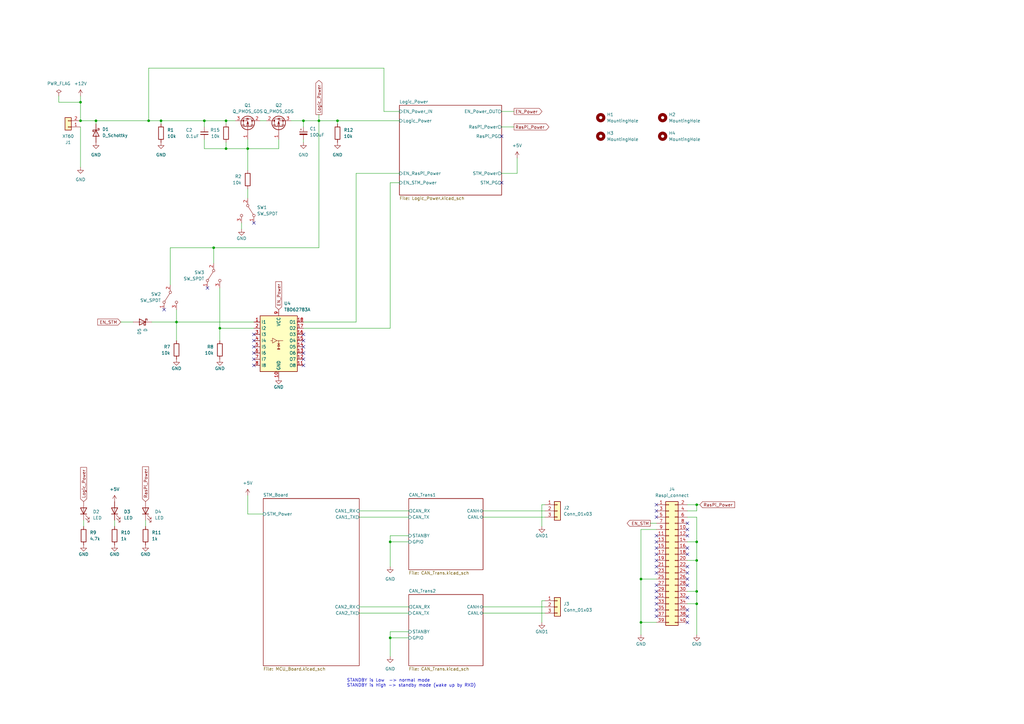
<source format=kicad_sch>
(kicad_sch (version 20230121) (generator eeschema)
  (paper "A3")
  (lib_symbols
    (symbol "Connector_Generic:Conn_01x02" (pin_names (offset 1.016) hide)
      (property "Reference" "J" (at 0 2.54 0))
      (property "Value" "Conn_01x02" (at 0 -5.08 0))
      (symbol "Conn_01x02_1_1"
        (rectangle (start -1.27 -2.413) (end 0 -2.667) (stroke (width 0.1524)))
        (rectangle (start -1.27 0.127) (end 0 -0.127) (stroke (width 0.1524)))
        (rectangle (start -1.27 1.27) (end 1.27 -3.81) (stroke (width 0.254)) (fill (type background)))
        (pin passive line (at -5.08 0 0) (length 3.81) (name "Pin_1") (number "1"))
        (pin passive line (at -5.08 -2.54 0) (length 3.81) (name "Pin_2") (number "2"))
      )
    )
    (symbol "Connector_Generic:Conn_01x03" (pin_names (offset 1.016) hide)
      (property "Reference" "J" (at 0 5.08 0))
      (property "Value" "Conn_01x03" (at 0 -5.08 0))
      (symbol "Conn_01x03_1_1"
        (rectangle (start -1.27 -2.413) (end 0 -2.667) (stroke (width 0.1524)))
        (rectangle (start -1.27 0.127) (end 0 -0.127) (stroke (width 0.1524)))
        (rectangle (start -1.27 2.667) (end 0 2.413) (stroke (width 0.1524)))
        (rectangle (start -1.27 3.81) (end 1.27 -3.81) (stroke (width 0.254)) (fill (type background)))
        (pin passive line (at -5.08 2.54 0) (length 3.81) (name "Pin_1") (number "1"))
        (pin passive line (at -5.08 0 0) (length 3.81) (name "Pin_2") (number "2"))
        (pin passive line (at -5.08 -2.54 0) (length 3.81) (name "Pin_3") (number "3"))
      )
    )
    (symbol "Connector_Generic:Conn_02x20_Odd_Even" (pin_names (offset 1.016) hide)
      (property "Reference" "J" (at 1.27 25.4 0))
      (property "Value" "Conn_02x20_Odd_Even" (at 1.27 -27.94 0))
      (symbol "Conn_02x20_Odd_Even_1_1"
        (rectangle (start -1.27 -25.273) (end 0 -25.527) (stroke (width 0.1524)))
        (rectangle (start -1.27 -22.733) (end 0 -22.987) (stroke (width 0.1524)))
        (rectangle (start -1.27 -20.193) (end 0 -20.447) (stroke (width 0.1524)))
        (rectangle (start -1.27 -17.653) (end 0 -17.907) (stroke (width 0.1524)))
        (rectangle (start -1.27 -15.113) (end 0 -15.367) (stroke (width 0.1524)))
        (rectangle (start -1.27 -12.573) (end 0 -12.827) (stroke (width 0.1524)))
        (rectangle (start -1.27 -10.033) (end 0 -10.287) (stroke (width 0.1524)))
        (rectangle (start -1.27 -7.493) (end 0 -7.747) (stroke (width 0.1524)))
        (rectangle (start -1.27 -4.953) (end 0 -5.207) (stroke (width 0.1524)))
        (rectangle (start -1.27 -2.413) (end 0 -2.667) (stroke (width 0.1524)))
        (rectangle (start -1.27 0.127) (end 0 -0.127) (stroke (width 0.1524)))
        (rectangle (start -1.27 2.667) (end 0 2.413) (stroke (width 0.1524)))
        (rectangle (start -1.27 5.207) (end 0 4.953) (stroke (width 0.1524)))
        (rectangle (start -1.27 7.747) (end 0 7.493) (stroke (width 0.1524)))
        (rectangle (start -1.27 10.287) (end 0 10.033) (stroke (width 0.1524)))
        (rectangle (start -1.27 12.827) (end 0 12.573) (stroke (width 0.1524)))
        (rectangle (start -1.27 15.367) (end 0 15.113) (stroke (width 0.1524)))
        (rectangle (start -1.27 17.907) (end 0 17.653) (stroke (width 0.1524)))
        (rectangle (start -1.27 20.447) (end 0 20.193) (stroke (width 0.1524)))
        (rectangle (start -1.27 22.987) (end 0 22.733) (stroke (width 0.1524)))
        (rectangle (start -1.27 24.13) (end 3.81 -26.67) (stroke (width 0.254)) (fill (type background)))
        (rectangle (start 3.81 -25.273) (end 2.54 -25.527) (stroke (width 0.1524)))
        (rectangle (start 3.81 -22.733) (end 2.54 -22.987) (stroke (width 0.1524)))
        (rectangle (start 3.81 -20.193) (end 2.54 -20.447) (stroke (width 0.1524)))
        (rectangle (start 3.81 -17.653) (end 2.54 -17.907) (stroke (width 0.1524)))
        (rectangle (start 3.81 -15.113) (end 2.54 -15.367) (stroke (width 0.1524)))
        (rectangle (start 3.81 -12.573) (end 2.54 -12.827) (stroke (width 0.1524)))
        (rectangle (start 3.81 -10.033) (end 2.54 -10.287) (stroke (width 0.1524)))
        (rectangle (start 3.81 -7.493) (end 2.54 -7.747) (stroke (width 0.1524)))
        (rectangle (start 3.81 -4.953) (end 2.54 -5.207) (stroke (width 0.1524)))
        (rectangle (start 3.81 -2.413) (end 2.54 -2.667) (stroke (width 0.1524)))
        (rectangle (start 3.81 0.127) (end 2.54 -0.127) (stroke (width 0.1524)))
        (rectangle (start 3.81 2.667) (end 2.54 2.413) (stroke (width 0.1524)))
        (rectangle (start 3.81 5.207) (end 2.54 4.953) (stroke (width 0.1524)))
        (rectangle (start 3.81 7.747) (end 2.54 7.493) (stroke (width 0.1524)))
        (rectangle (start 3.81 10.287) (end 2.54 10.033) (stroke (width 0.1524)))
        (rectangle (start 3.81 12.827) (end 2.54 12.573) (stroke (width 0.1524)))
        (rectangle (start 3.81 15.367) (end 2.54 15.113) (stroke (width 0.1524)))
        (rectangle (start 3.81 17.907) (end 2.54 17.653) (stroke (width 0.1524)))
        (rectangle (start 3.81 20.447) (end 2.54 20.193) (stroke (width 0.1524)))
        (rectangle (start 3.81 22.987) (end 2.54 22.733) (stroke (width 0.1524)))
        (pin passive line (at -5.08 22.86 0) (length 3.81) (name "Pin_1") (number "1"))
        (pin passive line (at 7.62 12.7 180) (length 3.81) (name "Pin_10") (number "10"))
        (pin passive line (at -5.08 10.16 0) (length 3.81) (name "Pin_11") (number "11"))
        (pin passive line (at 7.62 10.16 180) (length 3.81) (name "Pin_12") (number "12"))
        (pin passive line (at -5.08 7.62 0) (length 3.81) (name "Pin_13") (number "13"))
        (pin passive line (at 7.62 7.62 180) (length 3.81) (name "Pin_14") (number "14"))
        (pin passive line (at -5.08 5.08 0) (length 3.81) (name "Pin_15") (number "15"))
        (pin passive line (at 7.62 5.08 180) (length 3.81) (name "Pin_16") (number "16"))
        (pin passive line (at -5.08 2.54 0) (length 3.81) (name "Pin_17") (number "17"))
        (pin passive line (at 7.62 2.54 180) (length 3.81) (name "Pin_18") (number "18"))
        (pin passive line (at -5.08 0 0) (length 3.81) (name "Pin_19") (number "19"))
        (pin passive line (at 7.62 22.86 180) (length 3.81) (name "Pin_2") (number "2"))
        (pin passive line (at 7.62 0 180) (length 3.81) (name "Pin_20") (number "20"))
        (pin passive line (at -5.08 -2.54 0) (length 3.81) (name "Pin_21") (number "21"))
        (pin passive line (at 7.62 -2.54 180) (length 3.81) (name "Pin_22") (number "22"))
        (pin passive line (at -5.08 -5.08 0) (length 3.81) (name "Pin_23") (number "23"))
        (pin passive line (at 7.62 -5.08 180) (length 3.81) (name "Pin_24") (number "24"))
        (pin passive line (at -5.08 -7.62 0) (length 3.81) (name "Pin_25") (number "25"))
        (pin passive line (at 7.62 -7.62 180) (length 3.81) (name "Pin_26") (number "26"))
        (pin passive line (at -5.08 -10.16 0) (length 3.81) (name "Pin_27") (number "27"))
        (pin passive line (at 7.62 -10.16 180) (length 3.81) (name "Pin_28") (number "28"))
        (pin passive line (at -5.08 -12.7 0) (length 3.81) (name "Pin_29") (number "29"))
        (pin passive line (at -5.08 20.32 0) (length 3.81) (name "Pin_3") (number "3"))
        (pin passive line (at 7.62 -12.7 180) (length 3.81) (name "Pin_30") (number "30"))
        (pin passive line (at -5.08 -15.24 0) (length 3.81) (name "Pin_31") (number "31"))
        (pin passive line (at 7.62 -15.24 180) (length 3.81) (name "Pin_32") (number "32"))
        (pin passive line (at -5.08 -17.78 0) (length 3.81) (name "Pin_33") (number "33"))
        (pin passive line (at 7.62 -17.78 180) (length 3.81) (name "Pin_34") (number "34"))
        (pin passive line (at -5.08 -20.32 0) (length 3.81) (name "Pin_35") (number "35"))
        (pin passive line (at 7.62 -20.32 180) (length 3.81) (name "Pin_36") (number "36"))
        (pin passive line (at -5.08 -22.86 0) (length 3.81) (name "Pin_37") (number "37"))
        (pin passive line (at 7.62 -22.86 180) (length 3.81) (name "Pin_38") (number "38"))
        (pin passive line (at -5.08 -25.4 0) (length 3.81) (name "Pin_39") (number "39"))
        (pin passive line (at 7.62 20.32 180) (length 3.81) (name "Pin_4") (number "4"))
        (pin passive line (at 7.62 -25.4 180) (length 3.81) (name "Pin_40") (number "40"))
        (pin passive line (at -5.08 17.78 0) (length 3.81) (name "Pin_5") (number "5"))
        (pin passive line (at 7.62 17.78 180) (length 3.81) (name "Pin_6") (number "6"))
        (pin passive line (at -5.08 15.24 0) (length 3.81) (name "Pin_7") (number "7"))
        (pin passive line (at 7.62 15.24 180) (length 3.81) (name "Pin_8") (number "8"))
        (pin passive line (at -5.08 12.7 0) (length 3.81) (name "Pin_9") (number "9"))
      )
    )
    (symbol "Device:C_Polarized_Small" (pin_numbers hide) (pin_names (offset 0.254) hide)
      (property "Reference" "C" (at 0.254 1.778 0))
      (property "Value" "C_Polarized_Small" (at 0.254 -2.032 0))
      (symbol "C_Polarized_Small_0_1"
        (rectangle (start -1.524 -0.3048) (end 1.524 -0.6858) (fill (type outline)))
        (rectangle (start -1.524 0.6858) (end 1.524 0.3048))
        (polyline (pts (xy -1.27 1.524) (xy -0.762 1.524)))
        (polyline (pts (xy -1.016 1.27) (xy -1.016 1.778)))
      )
      (symbol "C_Polarized_Small_1_1"
        (pin passive line (at 0 2.54 270) (length 1.8542) (name "~") (number "1"))
        (pin passive line (at 0 -2.54 90) (length 1.8542) (name "~") (number "2"))
      )
    )
    (symbol "Device:C_Small" (pin_numbers hide) (pin_names (offset 0.254) hide)
      (property "Reference" "C" (at 0.254 1.778 0))
      (property "Value" "C_Small" (at 0.254 -2.032 0))
      (symbol "C_Small_0_1"
        (polyline (pts (xy -1.524 -0.508) (xy 1.524 -0.508)) (stroke (width 0.3302)))
        (polyline (pts (xy -1.524 0.508) (xy 1.524 0.508)) (stroke (width 0.3048)))
      )
      (symbol "C_Small_1_1"
        (pin passive line (at 0 2.54 270) (length 2.032) (name "~") (number "1"))
        (pin passive line (at 0 -2.54 90) (length 2.032) (name "~") (number "2"))
      )
    )
    (symbol "Device:D_Schottky" (pin_numbers hide) (pin_names (offset 1.016) hide)
      (property "Reference" "D" (at 0 2.54 0))
      (property "Value" "D_Schottky" (at 0 -2.54 0))
      (symbol "D_Schottky_0_1"
        (polyline (pts (xy 1.27 0) (xy -1.27 0)))
        (polyline (pts (xy 1.27 1.27) (xy 1.27 -1.27) (xy -1.27 0) (xy 1.27 1.27)) (stroke (width 0.254)))
        (polyline (pts (xy -1.905 0.635) (xy -1.905 1.27) (xy -1.27 1.27) (xy -1.27 -1.27) (xy -0.635 -1.27) (xy -0.635 -0.635)) (stroke (width 0.254)))
      )
      (symbol "D_Schottky_1_1"
        (pin passive line (at -3.81 0 0) (length 2.54) (name "K") (number "1"))
        (pin passive line (at 3.81 0 180) (length 2.54) (name "A") (number "2"))
      )
    )
    (symbol "Device:LED" (pin_numbers hide) (pin_names (offset 1.016) hide)
      (property "Reference" "D" (at 0 2.54 0))
      (property "Value" "LED" (at 0 -2.54 0))
      (symbol "LED_0_1"
        (polyline (pts (xy -1.27 -1.27) (xy -1.27 1.27)) (stroke (width 0.254)))
        (polyline (pts (xy -1.27 0) (xy 1.27 0)))
        (polyline (pts (xy 1.27 -1.27) (xy 1.27 1.27) (xy -1.27 0) (xy 1.27 -1.27)) (stroke (width 0.254)))
        (polyline (pts (xy -3.048 -0.762) (xy -4.572 -2.286) (xy -3.81 -2.286) (xy -4.572 -2.286) (xy -4.572 -1.524)))
        (polyline (pts (xy -1.778 -0.762) (xy -3.302 -2.286) (xy -2.54 -2.286) (xy -3.302 -2.286) (xy -3.302 -1.524)))
      )
      (symbol "LED_1_1"
        (pin passive line (at -3.81 0 0) (length 2.54) (name "K") (number "1"))
        (pin passive line (at 3.81 0 180) (length 2.54) (name "A") (number "2"))
      )
    )
    (symbol "Device:Q_PMOS_GDS" (pin_names (offset 0) hide)
      (property "Reference" "Q" (at 5.08 1.27 0))
      (property "Value" "Q_PMOS_GDS" (at 5.08 -1.27 0))
      (symbol "Q_PMOS_GDS_0_1"
        (polyline (pts (xy 0.254 0) (xy -2.54 0)))
        (polyline (pts (xy 0.254 1.905) (xy 0.254 -1.905)) (stroke (width 0.254)))
        (polyline (pts (xy 0.762 -1.27) (xy 0.762 -2.286)) (stroke (width 0.254)))
        (polyline (pts (xy 0.762 0.508) (xy 0.762 -0.508)) (stroke (width 0.254)))
        (polyline (pts (xy 0.762 2.286) (xy 0.762 1.27)) (stroke (width 0.254)))
        (polyline (pts (xy 2.54 2.54) (xy 2.54 1.778)))
        (polyline (pts (xy 2.54 -2.54) (xy 2.54 0) (xy 0.762 0)))
        (polyline (pts (xy 0.762 1.778) (xy 3.302 1.778) (xy 3.302 -1.778) (xy 0.762 -1.778)))
        (polyline (pts (xy 2.286 0) (xy 1.27 0.381) (xy 1.27 -0.381) (xy 2.286 0)) (fill (type outline)))
        (polyline (pts (xy 2.794 -0.508) (xy 2.921 -0.381) (xy 3.683 -0.381) (xy 3.81 -0.254)))
        (polyline (pts (xy 3.302 -0.381) (xy 2.921 0.254) (xy 3.683 0.254) (xy 3.302 -0.381)))
        (circle (center 1.651 0) (radius 2.794) (stroke (width 0.254)))
        (circle (center 2.54 -1.778) (radius 0.254) (fill (type outline)))
        (circle (center 2.54 1.778) (radius 0.254) (fill (type outline)))
      )
      (symbol "Q_PMOS_GDS_1_1"
        (pin input line (at -5.08 0 0) (length 2.54) (name "G") (number "1"))
        (pin passive line (at 2.54 5.08 270) (length 2.54) (name "D") (number "2"))
        (pin passive line (at 2.54 -5.08 90) (length 2.54) (name "S") (number "3"))
      )
    )
    (symbol "Device:R" (pin_numbers hide) (pin_names (offset 0))
      (property "Reference" "R" (at 2.032 0 90))
      (property "Value" "R" (at 0 0 90))
      (symbol "R_0_1"
        (rectangle (start -1.016 -2.54) (end 1.016 2.54) (stroke (width 0.254)))
      )
      (symbol "R_1_1"
        (pin passive line (at 0 3.81 270) (length 1.27) (name "~") (number "1"))
        (pin passive line (at 0 -3.81 90) (length 1.27) (name "~") (number "2"))
      )
    )
    (symbol "Mechanical:MountingHole" (pin_names (offset 1.016))
      (property "Reference" "H" (at 0 5.08 0))
      (property "Value" "MountingHole" (at 0 3.175 0))
      (symbol "MountingHole_0_1"
        (circle (center 0 0) (radius 1.27) (stroke (width 1.27)))
      )
    )
    (symbol "Switch:SW_SPDT" (pin_names (offset 0) hide)
      (property "Reference" "SW" (at 0 4.318 0))
      (property "Value" "SW_SPDT" (at 0 -5.08 0))
      (symbol "SW_SPDT_0_0"
        (circle (center -2.032 0) (radius 0.508))
        (circle (center 2.032 -2.54) (radius 0.508))
      )
      (symbol "SW_SPDT_0_1"
        (polyline (pts (xy -1.524 0.254) (xy 1.651 2.286)))
        (circle (center 2.032 2.54) (radius 0.508))
      )
      (symbol "SW_SPDT_1_1"
        (pin passive line (at 5.08 2.54 180) (length 2.54) (name "A") (number "1"))
        (pin passive line (at -5.08 0 0) (length 2.54) (name "B") (number "2"))
        (pin passive line (at 5.08 -2.54 180) (length 2.54) (name "C") (number "3"))
      )
    )
    (symbol "Transistor_Array:TBD62783A"
      (property "Reference" "U" (at -7.62 11.43 0))
      (property "Value" "TBD62783A" (at 1.27 11.43 0))
      (symbol "TBD62783A_0_1"
        (rectangle (start -7.62 10.16) (end 7.62 -12.7) (stroke (width 0.254)) (fill (type background)))
        (rectangle (start -0.508 -3.302) (end 0.508 -3.556) (fill (type outline)))
        (polyline (pts (xy -1.778 -2.794) (xy -1.778 -2.794)) (stroke (width 0.254)))
        (polyline (pts (xy -1.778 -2.032) (xy -1.778 -2.032)) (stroke (width 0.254)))
        (polyline (pts (xy -1.778 -1.27) (xy -1.778 -1.27)) (stroke (width 0.254)))
        (polyline (pts (xy -1.778 1.27) (xy -1.778 1.27)) (stroke (width 0.254)))
        (polyline (pts (xy -1.778 2.032) (xy -1.778 2.032)) (stroke (width 0.254)))
        (polyline (pts (xy -1.778 2.794) (xy -1.778 2.794)) (stroke (width 0.254)))
        (polyline (pts (xy -0.762 0) (xy 1.778 0)))
        (polyline (pts (xy -0.508 -1.27) (xy 0.508 -1.27)))
        (polyline (pts (xy 0 0) (xy 0 -3.302)))
        (polyline (pts (xy 0 0) (xy 0 0)) (stroke (width 0.508)))
        (polyline (pts (xy 0 -1.27) (xy -0.508 -2.286) (xy 0.508 -2.286) (xy 0 -1.27)))
        (polyline (pts (xy -3.302 0) (xy -2.54 0) (xy -2.54 1.016) (xy -0.762 0) (xy -2.54 -1.016) (xy -2.54 0)))
      )
      (symbol "TBD62783A_1_1"
        (pin input line (at -10.16 7.62 0) (length 2.54) (name "I1") (number "1"))
        (pin power_in line (at 0 -15.24 90) (length 2.54) (name "GND") (number "10"))
        (pin open_emitter line (at 10.16 -10.16 180) (length 2.54) (name "O8") (number "11"))
        (pin open_emitter line (at 10.16 -7.62 180) (length 2.54) (name "O7") (number "12"))
        (pin open_emitter line (at 10.16 -5.08 180) (length 2.54) (name "O6") (number "13"))
        (pin open_emitter line (at 10.16 -2.54 180) (length 2.54) (name "O5") (number "14"))
        (pin open_emitter line (at 10.16 0 180) (length 2.54) (name "O4") (number "15"))
        (pin open_emitter line (at 10.16 2.54 180) (length 2.54) (name "O3") (number "16"))
        (pin open_emitter line (at 10.16 5.08 180) (length 2.54) (name "O2") (number "17"))
        (pin open_emitter line (at 10.16 7.62 180) (length 2.54) (name "O1") (number "18"))
        (pin input line (at -10.16 5.08 0) (length 2.54) (name "I2") (number "2"))
        (pin input line (at -10.16 2.54 0) (length 2.54) (name "I3") (number "3"))
        (pin input line (at -10.16 0 0) (length 2.54) (name "I4") (number "4"))
        (pin input line (at -10.16 -2.54 0) (length 2.54) (name "I5") (number "5"))
        (pin input line (at -10.16 -5.08 0) (length 2.54) (name "I6") (number "6"))
        (pin input line (at -10.16 -7.62 0) (length 2.54) (name "I7") (number "7"))
        (pin input line (at -10.16 -10.16 0) (length 2.54) (name "I8") (number "8"))
        (pin power_in line (at 0 12.7 270) (length 2.54) (name "VCC") (number "9"))
      )
    )
    (symbol "power:+12V" (power) (pin_names (offset 0))
      (property "Value" "+12V" (at 0 3.556 0))
      (symbol "+12V_0_1"
        (polyline (pts (xy -0.762 1.27) (xy 0 2.54)))
        (polyline (pts (xy 0 0) (xy 0 2.54)))
        (polyline (pts (xy 0 2.54) (xy 0.762 1.27)))
      )
      (symbol "+12V_1_1"
        (pin power_in line (at 0 0 90) (length 0) hide (name "+12V") (number "1"))
      )
    )
    (symbol "power:+5V" (power) (pin_names (offset 0))
      (property "Value" "+5V" (at 0 3.556 0))
      (symbol "+5V_0_1"
        (polyline (pts (xy -0.762 1.27) (xy 0 2.54)))
        (polyline (pts (xy 0 0) (xy 0 2.54)))
        (polyline (pts (xy 0 2.54) (xy 0.762 1.27)))
      )
      (symbol "+5V_1_1"
        (pin power_in line (at 0 0 90) (length 0) hide (name "+5V") (number "1"))
      )
    )
    (symbol "power:GND" (power) (pin_names (offset 0))
      (property "Value" "GND" (at 0 -3.81 0))
      (symbol "GND_0_1"
        (polyline (pts (xy 0 0) (xy 0 -1.27) (xy 1.27 -1.27) (xy 0 -2.54) (xy -1.27 -1.27) (xy 0 -1.27)))
      )
      (symbol "GND_1_1"
        (pin power_in line (at 0 0 270) (length 0) hide (name "GND") (number "1"))
      )
    )
    (symbol "power:GND1" (power) (pin_names (offset 0))
      (property "Value" "GND1" (at 0 -3.81 0))
      (symbol "GND1_0_1"
        (polyline (pts (xy 0 0) (xy 0 -1.27) (xy 1.27 -1.27) (xy 0 -2.54) (xy -1.27 -1.27) (xy 0 -1.27)))
      )
      (symbol "GND1_1_1"
        (pin power_in line (at 0 0 270) (length 0) hide (name "GND1") (number "1"))
      )
    )
    (symbol "power:PWR_FLAG" (power) (pin_numbers hide) (pin_names (offset 0) hide)
      (property "Value" "PWR_FLAG" (at 0 3.81 0))
      (symbol "PWR_FLAG_0_0"
        (pin power_out line (at 0 0 90) (length 0) (name "pwr") (number "1"))
      )
      (symbol "PWR_FLAG_0_1"
        (polyline (pts (xy 0 0) (xy 0 1.27) (xy -1.016 1.905) (xy 0 2.54) (xy 1.016 1.905) (xy 0 1.27)))
      )
    )
  )
  (junction (at 262.89 237.49))
  (junction (at 66.04 49.53))
  (junction (at 130.81 49.53))
  (junction (at 285.75 222.25))
  (junction (at 90.17 134.62))
  (junction (at 92.71 60.96))
  (junction (at 285.75 207.01))
  (junction (at 160.02 222.25))
  (junction (at 33.02 49.53))
  (junction (at 60.96 49.53))
  (junction (at 39.37 49.53))
  (junction (at 124.46 49.53))
  (junction (at 92.71 49.53))
  (junction (at 83.82 49.53))
  (junction (at 285.75 247.65))
  (junction (at 138.43 49.53))
  (junction (at 33.02 41.91))
  (junction (at 262.89 255.27))
  (junction (at 285.75 242.57))
  (junction (at 87.63 101.6))
  (junction (at 160.02 261.62))
  (junction (at 72.39 132.08))
  (junction (at 101.6 60.96))
  (junction (at 285.75 229.87))
  (no_connect (at 269.24 229.87))
  (no_connect (at 104.14 149.86))
  (no_connect (at 104.14 142.24))
  (no_connect (at 281.94 224.79))
  (no_connect (at 269.24 227.33))
  (no_connect (at 281.94 217.17))
  (no_connect (at 205.74 74.93))
  (no_connect (at 281.94 240.03))
  (no_connect (at 281.94 214.63))
  (no_connect (at 281.94 255.27))
  (no_connect (at 124.46 142.24))
  (no_connect (at 104.14 91.44))
  (no_connect (at 269.24 240.03))
  (no_connect (at 124.46 137.16))
  (no_connect (at 281.94 245.11))
  (no_connect (at 124.46 149.86))
  (no_connect (at 269.24 209.55))
  (no_connect (at 269.24 212.09))
  (no_connect (at 104.14 137.16))
  (no_connect (at 124.46 147.32))
  (no_connect (at 281.94 250.19))
  (no_connect (at 104.14 139.7))
  (no_connect (at 104.14 144.78))
  (no_connect (at 124.46 144.78))
  (no_connect (at 269.24 232.41))
  (no_connect (at 269.24 234.95))
  (no_connect (at 269.24 224.79))
  (no_connect (at 281.94 252.73))
  (no_connect (at 281.94 219.71))
  (no_connect (at 269.24 207.01))
  (no_connect (at 281.94 227.33))
  (no_connect (at 269.24 247.65))
  (no_connect (at 269.24 245.11))
  (no_connect (at 281.94 237.49))
  (no_connect (at 269.24 242.57))
  (no_connect (at 205.74 55.88))
  (no_connect (at 85.09 118.11))
  (no_connect (at 269.24 252.73))
  (no_connect (at 281.94 234.95))
  (no_connect (at 281.94 232.41))
  (no_connect (at 269.24 250.19))
  (no_connect (at 67.31 127))
  (no_connect (at 269.24 222.25))
  (no_connect (at 104.14 147.32))
  (no_connect (at 124.46 139.7))
  (no_connect (at 269.24 219.71))
  (wire (pts (xy 69.85 101.6) (xy 87.63 101.6)))
  (wire (pts (xy 147.32 209.55) (xy 167.64 209.55)))
  (wire (pts (xy 83.82 49.53) (xy 92.71 49.53)))
  (wire (pts (xy 160.02 222.25) (xy 167.64 222.25)))
  (wire (pts (xy 138.43 49.53) (xy 163.83 49.53)))
  (wire (pts (xy 285.75 229.87) (xy 285.75 242.57)))
  (wire (pts (xy 281.94 207.01) (xy 285.75 207.01)))
  (wire (pts (xy 167.64 219.71) (xy 160.02 219.71)))
  (wire (pts (xy 285.75 212.09) (xy 285.75 222.25)))
  (wire (pts (xy 130.81 49.53) (xy 138.43 49.53)))
  (wire (pts (xy 66.04 49.53) (xy 66.04 50.8)))
  (wire (pts (xy 262.89 255.27) (xy 269.24 255.27)))
  (wire (pts (xy 39.37 49.53) (xy 60.96 49.53)))
  (wire (pts (xy 124.46 134.62) (xy 160.02 134.62)))
  (wire (pts (xy 130.81 46.99) (xy 130.81 49.53)))
  (wire (pts (xy 223.52 248.92) (xy 198.12 248.92)))
  (wire (pts (xy 198.12 251.46) (xy 223.52 251.46)))
  (wire (pts (xy 109.22 49.53) (xy 106.68 49.53)))
  (wire (pts (xy 87.63 101.6) (xy 87.63 107.95)))
  (wire (pts (xy 223.52 207.01) (xy 222.25 207.01)))
  (wire (pts (xy 160.02 74.93) (xy 163.83 74.93)))
  (wire (pts (xy 160.02 261.62) (xy 160.02 269.24)))
  (wire (pts (xy 114.3 57.15) (xy 114.3 60.96)))
  (wire (pts (xy 124.46 49.53) (xy 124.46 52.07)))
  (wire (pts (xy 124.46 58.42) (xy 124.46 57.15)))
  (wire (pts (xy 101.6 57.15) (xy 101.6 60.96)))
  (wire (pts (xy 157.48 27.94) (xy 157.48 45.72)))
  (wire (pts (xy 269.24 217.17) (xy 262.89 217.17)))
  (wire (pts (xy 167.64 259.08) (xy 160.02 259.08)))
  (wire (pts (xy 90.17 139.7) (xy 90.17 134.62)))
  (wire (pts (xy 33.02 52.07) (xy 33.02 68.58)))
  (wire (pts (xy 62.23 132.08) (xy 72.39 132.08)))
  (wire (pts (xy 147.32 212.09) (xy 167.64 212.09)))
  (wire (pts (xy 285.75 209.55) (xy 285.75 207.01)))
  (wire (pts (xy 198.12 212.09) (xy 223.52 212.09)))
  (wire (pts (xy 281.94 229.87) (xy 285.75 229.87)))
  (wire (pts (xy 72.39 132.08) (xy 104.14 132.08)))
  (wire (pts (xy 285.75 222.25) (xy 285.75 229.87)))
  (wire (pts (xy 39.37 50.8) (xy 39.37 49.53)))
  (wire (pts (xy 262.89 237.49) (xy 262.89 255.27)))
  (wire (pts (xy 24.13 39.37) (xy 24.13 41.91)))
  (wire (pts (xy 205.74 45.72) (xy 210.82 45.72)))
  (wire (pts (xy 33.02 49.53) (xy 39.37 49.53)))
  (wire (pts (xy 101.6 203.2) (xy 101.6 210.82)))
  (wire (pts (xy 90.17 118.11) (xy 90.17 134.62)))
  (wire (pts (xy 223.52 246.38) (xy 222.25 246.38)))
  (wire (pts (xy 281.94 247.65) (xy 285.75 247.65)))
  (wire (pts (xy 114.3 60.96) (xy 101.6 60.96)))
  (wire (pts (xy 33.02 41.91) (xy 33.02 49.53)))
  (wire (pts (xy 66.04 49.53) (xy 83.82 49.53)))
  (wire (pts (xy 92.71 58.42) (xy 92.71 60.96)))
  (wire (pts (xy 157.48 45.72) (xy 163.83 45.72)))
  (wire (pts (xy 92.71 49.53) (xy 92.71 50.8)))
  (wire (pts (xy 222.25 207.01) (xy 222.25 215.9)))
  (wire (pts (xy 285.75 247.65) (xy 285.75 260.35)))
  (wire (pts (xy 34.29 213.36) (xy 34.29 215.9)))
  (wire (pts (xy 101.6 60.96) (xy 101.6 69.85)))
  (wire (pts (xy 160.02 259.08) (xy 160.02 261.62)))
  (wire (pts (xy 46.99 213.36) (xy 46.99 215.9)))
  (wire (pts (xy 160.02 219.71) (xy 160.02 222.25)))
  (wire (pts (xy 198.12 209.55) (xy 223.52 209.55)))
  (wire (pts (xy 281.94 212.09) (xy 285.75 212.09)))
  (wire (pts (xy 92.71 60.96) (xy 101.6 60.96)))
  (wire (pts (xy 66.04 49.53) (xy 60.96 49.53)))
  (wire (pts (xy 24.13 41.91) (xy 33.02 41.91)))
  (wire (pts (xy 60.96 49.53) (xy 60.96 27.94)))
  (wire (pts (xy 147.32 251.46) (xy 167.64 251.46)))
  (wire (pts (xy 205.74 52.07) (xy 210.82 52.07)))
  (wire (pts (xy 60.96 27.94) (xy 157.48 27.94)))
  (wire (pts (xy 262.89 237.49) (xy 269.24 237.49)))
  (wire (pts (xy 285.75 207.01) (xy 287.02 207.01)))
  (wire (pts (xy 222.25 246.38) (xy 222.25 255.27)))
  (wire (pts (xy 146.05 132.08) (xy 146.05 71.12)))
  (wire (pts (xy 124.46 49.53) (xy 130.81 49.53)))
  (wire (pts (xy 83.82 49.53) (xy 83.82 52.07)))
  (wire (pts (xy 49.53 132.08) (xy 54.61 132.08)))
  (wire (pts (xy 101.6 210.82) (xy 107.95 210.82)))
  (wire (pts (xy 99.06 93.98) (xy 99.06 91.44)))
  (wire (pts (xy 83.82 60.96) (xy 92.71 60.96)))
  (wire (pts (xy 130.81 101.6) (xy 130.81 49.53)))
  (wire (pts (xy 146.05 71.12) (xy 163.83 71.12)))
  (wire (pts (xy 101.6 77.47) (xy 101.6 81.28)))
  (wire (pts (xy 138.43 49.53) (xy 138.43 50.8)))
  (wire (pts (xy 262.89 217.17) (xy 262.89 237.49)))
  (wire (pts (xy 72.39 132.08) (xy 72.39 139.7)))
  (wire (pts (xy 160.02 261.62) (xy 167.64 261.62)))
  (wire (pts (xy 212.09 64.77) (xy 212.09 71.12)))
  (wire (pts (xy 160.02 222.25) (xy 160.02 232.41)))
  (wire (pts (xy 87.63 101.6) (xy 130.81 101.6)))
  (wire (pts (xy 90.17 134.62) (xy 104.14 134.62)))
  (wire (pts (xy 59.69 213.36) (xy 59.69 215.9)))
  (wire (pts (xy 281.94 209.55) (xy 285.75 209.55)))
  (wire (pts (xy 266.7 214.63) (xy 269.24 214.63)))
  (wire (pts (xy 92.71 49.53) (xy 96.52 49.53)))
  (wire (pts (xy 147.32 248.92) (xy 167.64 248.92)))
  (wire (pts (xy 281.94 242.57) (xy 285.75 242.57)))
  (wire (pts (xy 281.94 222.25) (xy 285.75 222.25)))
  (wire (pts (xy 124.46 49.53) (xy 119.38 49.53)))
  (wire (pts (xy 69.85 101.6) (xy 69.85 116.84)))
  (wire (pts (xy 72.39 127) (xy 72.39 132.08)))
  (wire (pts (xy 33.02 39.37) (xy 33.02 41.91)))
  (wire (pts (xy 285.75 242.57) (xy 285.75 247.65)))
  (wire (pts (xy 83.82 57.15) (xy 83.82 60.96)))
  (wire (pts (xy 160.02 134.62) (xy 160.02 74.93)))
  (wire (pts (xy 262.89 255.27) (xy 262.89 260.35)))
  (wire (pts (xy 205.74 71.12) (xy 212.09 71.12)))
  (wire (pts (xy 124.46 132.08) (xy 146.05 132.08)))
  (text "STANDBY is Low  -> normal mode\nSTANDBY is High -> standby mode (wake up by RXD)" (at 142.24 281.94 0) (effects (font (size 1.27 1.27)) (justify left bottom)))
  (global_label "EN_Power" (shape input) (at 114.3 127 90) (property "Intersheetrefs" "${INTERSHEET_REFS}" (effects hide)))
  (global_label "EN_STM" (shape input) (at 49.53 132.08 180) (property "Intersheetrefs" "${INTERSHEET_REFS}" (effects hide)))
  (global_label "RasPi_Power" (shape output) (at 210.82 52.07 0) (property "Intersheetrefs" "${INTERSHEET_REFS}" (effects hide)))
  (global_label "Logic_Power" (shape input) (at 34.29 205.74 90) (property "Intersheetrefs" "${INTERSHEET_REFS}" (effects hide)))
  (global_label "RasPi_Power" (shape input) (at 59.69 205.74 90) (property "Intersheetrefs" "${INTERSHEET_REFS}" (effects hide)))
  (global_label "RasPi_Power" (shape input) (at 287.02 207.01 0) (property "Intersheetrefs" "${INTERSHEET_REFS}" (effects hide)))
  (global_label "Logic_Power" (shape output) (at 130.81 46.99 90) (property "Intersheetrefs" "${INTERSHEET_REFS}" (effects hide)))
  (global_label "EN_STM" (shape output) (at 266.7 214.63 180) (property "Intersheetrefs" "${INTERSHEET_REFS}" (effects hide)))
  (global_label "EN_Power" (shape output) (at 210.82 45.72 0) (property "Intersheetrefs" "${INTERSHEET_REFS}" (effects hide)))
  (symbol (lib_id "Mechanical:MountingHole") (at 246.38 55.88 0) (unit 1)
    (property "Reference" "H3" (at 248.92 54.61 0) (effects (justify left)))
    (property "Value" "MountingHole" (at 248.92 57.15 0) (effects (justify left)))
    (property "Footprint" "MountingHole:MountingHole_3.2mm_M3" (effects hide))
  )
  (symbol (lib_id "power:GND") (at 285.75 260.35 0) (unit 1)
    (property "Reference" "#PWR025" (effects hide))
    (property "Value" "GND" (at 285.75 264.16 0))
  )
  (symbol (lib_id "Device:R") (at 92.71 54.61 0) (mirror y) (unit 1)
    (property "Reference" "R15" (at 90.17 53.34 0) (effects (justify left)))
    (property "Value" "10k" (at 90.17 55.88 0) (effects (justify left)))
    (property "Footprint" "Resistor_SMD:R_0603_1608Metric" (effects hide))
  )
  (symbol (lib_id "power:GND") (at 39.37 58.42 0) (unit 1)
    (property "Reference" "#PWR03" (effects hide))
    (property "Value" "GND" (at 39.37 63.5 0))
  )
  (symbol (lib_id "Device:Q_PMOS_GDS") (at 101.6 52.07 270) (mirror x) (unit 1)
    (property "Reference" "Q1" (at 101.6 43.18 90))
    (property "Value" "Q_PMOS_GDS" (at 101.6 45.72 90))
    (property "Footprint" "Package_TO_SOT_SMD:TO-252-2" (effects hide))
    (property "Datasheet" "https://akizukidenshi.com/goodsaffix/TJ60S04M3L_datasheet_ja_20200624.pdf" (effects hide))
  )
  (symbol (lib_id "power:GND") (at 72.39 147.32 0) (unit 1)
    (property "Reference" "#PWR027" (effects hide))
    (property "Value" "GND" (at 72.39 151.13 0))
  )
  (symbol (lib_id "power:+5V") (at 101.6 203.2 0) (unit 1)
    (property "Reference" "#PWR05" (effects hide))
    (property "Value" "+5V" (at 101.6 198.12 0))
  )
  (symbol (lib_id "Device:R") (at 101.6 73.66 0) (mirror y) (unit 1)
    (property "Reference" "R2" (at 99.06 72.39 0) (effects (justify left)))
    (property "Value" "10k" (at 99.06 74.93 0) (effects (justify left)))
    (property "Footprint" "Resistor_SMD:R_0603_1608Metric" (effects hide))
  )
  (symbol (lib_id "Connector_Generic:Conn_02x20_Odd_Even") (at 274.32 229.87 0) (unit 1)
    (property "Reference" "J4" (at 275.59 200.66 0))
    (property "Value" "Raspi_connect" (at 275.59 203.2 0))
    (property "Footprint" "Connector_PinHeader_2.54mm:PinHeader_2x20_P2.54mm_Vertical" (effects hide))
  )
  (symbol (lib_id "Mechanical:MountingHole") (at 246.38 48.26 0) (unit 1)
    (property "Reference" "H1" (at 248.92 46.99 0) (effects (justify left)))
    (property "Value" "MountingHole" (at 248.92 49.53 0) (effects (justify left)))
    (property "Footprint" "MountingHole:MountingHole_3.2mm_M3" (effects hide))
  )
  (symbol (lib_id "power:GND") (at 34.29 223.52 0) (unit 1)
    (property "Reference" "#PWR029" (effects hide))
    (property "Value" "GND" (at 34.29 227.33 0))
  )
  (symbol (lib_id "Device:LED") (at 34.29 209.55 90) (unit 1)
    (property "Reference" "D2" (at 38.1 209.8675 90) (effects (justify right)))
    (property "Value" "LED" (at 38.1 212.4075 90) (effects (justify right)))
    (property "Footprint" "LED_SMD:LED_0603_1608Metric" (effects hide))
  )
  (symbol (lib_id "Device:R") (at 46.99 219.71 0) (unit 1)
    (property "Reference" "R10" (at 49.53 218.44 0) (effects (justify left)))
    (property "Value" "1k" (at 49.53 220.98 0) (effects (justify left)))
    (property "Footprint" "Resistor_SMD:R_0603_1608Metric" (effects hide))
  )
  (symbol (lib_id "Switch:SW_SPDT") (at 101.6 86.36 270) (unit 1)
    (property "Reference" "SW1" (at 105.41 85.09 90) (effects (justify left)))
    (property "Value" "SW_SPDT" (at 105.41 87.63 90) (effects (justify left)))
    (property "Footprint" "RDC_humanoid_project:Toggle_switch" (effects hide))
    (property "Datasheet" "https://akizukidenshi.com/goodsaffix/2MS1-T1-B4-VS2-Q-E-S.pdf" (effects hide))
  )
  (symbol (lib_id "power:GND1") (at 222.25 215.9 0) (unit 1)
    (property "Reference" "#PWR09" (effects hide))
    (property "Value" "GND1" (at 222.25 219.71 0))
  )
  (symbol (lib_id "Transistor_Array:TBD62783A") (at 114.3 139.7 0) (unit 1)
    (property "Reference" "U4" (at 116.4941 124.46 0) (effects (justify left)))
    (property "Value" "TBD62783A" (at 116.4941 127 0) (effects (justify left)))
    (property "Footprint" "Package_SO:SOP-18_7x12.5mm_P1.27mm" (effects hide))
    (property "Datasheet" "http://toshiba.semicon-storage.com/info/docget.jsp?did=30523&prodName=TBD62783APG" (effects hide))
  )
  (symbol (lib_id "Connector_Generic:Conn_01x03") (at 228.6 209.55 0) (unit 1)
    (property "Reference" "J2" (at 231.14 208.28 0) (effects (justify left)))
    (property "Value" "Conn_01x03" (at 231.14 210.82 0) (effects (justify left)))
    (property "Footprint" "Connector_JST:JST_XA_S03B-XASK-1_1x03_P2.50mm_Horizontal" (effects hide))
    (property "Datasheet" "https://www.jst-mfg.com/product/pdf/eng/eXA-WB.pdf?67d6871ee54a2" (effects hide))
  )
  (symbol (lib_id "Connector_Generic:Conn_01x03") (at 228.6 248.92 0) (unit 1)
    (property "Reference" "J3" (at 231.14 247.65 0) (effects (justify left)))
    (property "Value" "Conn_01x03" (at 231.14 250.19 0) (effects (justify left)))
    (property "Footprint" "Connector_JST:JST_XA_S03B-XASK-1_1x03_P2.50mm_Horizontal" (effects hide))
    (property "Datasheet" "https://www.jst-mfg.com/product/pdf/eng/eXA-WB.pdf?67d6871ee54a2" (effects hide))
  )
  (symbol (lib_id "power:GND") (at 262.89 260.35 0) (unit 1)
    (property "Reference" "#PWR023" (effects hide))
    (property "Value" "GND" (at 262.89 264.16 0))
  )
  (symbol (lib_id "Device:LED") (at 46.99 209.55 90) (unit 1)
    (property "Reference" "D3" (at 50.8 209.8675 90) (effects (justify right)))
    (property "Value" "LED" (at 50.8 212.4075 90) (effects (justify right)))
    (property "Footprint" "LED_SMD:LED_0603_1608Metric" (effects hide))
  )
  (symbol (lib_id "power:GND") (at 114.3 154.94 0) (unit 1)
    (property "Reference" "#PWR019" (effects hide))
    (property "Value" "GND" (at 114.3 158.75 0))
  )
  (symbol (lib_id "power:+12V") (at 33.02 39.37 0) (unit 1)
    (property "Reference" "#PWR02" (effects hide))
    (property "Value" "+12V" (at 33.02 34.29 0))
  )
  (symbol (lib_id "power:GND1") (at 222.25 255.27 0) (unit 1)
    (property "Reference" "#PWR010" (effects hide))
    (property "Value" "GND1" (at 222.25 259.08 0))
  )
  (symbol (lib_id "power:GND") (at 90.17 147.32 0) (unit 1)
    (property "Reference" "#PWR028" (effects hide))
    (property "Value" "GND" (at 90.17 151.13 0))
  )
  (symbol (lib_id "Device:R") (at 59.69 219.71 0) (unit 1)
    (property "Reference" "R11" (at 62.23 218.44 0) (effects (justify left)))
    (property "Value" "1k" (at 62.23 220.98 0) (effects (justify left)))
    (property "Footprint" "Resistor_SMD:R_0603_1608Metric" (effects hide))
  )
  (symbol (lib_id "power:+5V") (at 46.99 205.74 0) (unit 1)
    (property "Reference" "#PWR032" (effects hide))
    (property "Value" "+5V" (at 46.99 200.66 0))
  )
  (symbol (lib_id "Switch:SW_SPDT") (at 87.63 113.03 90) (mirror x) (unit 1)
    (property "Reference" "SW3" (at 83.82 111.76 90) (effects (justify left)))
    (property "Value" "SW_SPDT" (at 83.82 114.3 90) (effects (justify left)))
    (property "Footprint" "RDC_humanoid_project:Toggle_switch" (effects hide))
    (property "Datasheet" "https://akizukidenshi.com/goodsaffix/2MS1-T1-B4-VS2-Q-E-S.pdf" (effects hide))
  )
  (symbol (lib_id "Device:LED") (at 59.69 209.55 90) (unit 1)
    (property "Reference" "D4" (at 63.5 209.8675 90) (effects (justify right)))
    (property "Value" "LED" (at 63.5 212.4075 90) (effects (justify right)))
    (property "Footprint" "LED_SMD:LED_0603_1608Metric" (effects hide))
  )
  (symbol (lib_id "Device:D_Schottky") (at 58.42 132.08 0) (mirror y) (unit 1)
    (property "Reference" "D5" (at 57.15 134.62 90) (effects (justify right)))
    (property "Value" "D" (at 59.69 134.62 90) (effects (justify right)))
    (property "Footprint" "Diode_SMD:D_SOD-123" (effects hide))
    (property "Sim.Device" "D" (effects hide))
    (property "Sim.Pins" "1=K 2=A" (effects hide))
  )
  (symbol (lib_id "Mechanical:MountingHole") (at 271.78 48.26 0) (unit 1)
    (property "Reference" "H2" (at 274.32 46.99 0) (effects (justify left)))
    (property "Value" "MountingHole" (at 274.32 49.53 0) (effects (justify left)))
    (property "Footprint" "MountingHole:MountingHole_3.2mm_M3" (effects hide))
  )
  (symbol (lib_id "power:GND") (at 46.99 223.52 0) (unit 1)
    (property "Reference" "#PWR030" (effects hide))
    (property "Value" "GND" (at 46.99 227.33 0))
  )
  (symbol (lib_id "Device:R") (at 66.04 54.61 0) (unit 1)
    (property "Reference" "R1" (at 68.58 53.34 0) (effects (justify left)))
    (property "Value" "10k" (at 68.58 55.88 0) (effects (justify left)))
    (property "Footprint" "Resistor_SMD:R_0603_1608Metric" (effects hide))
  )
  (symbol (lib_id "power:GND") (at 99.06 93.98 0) (unit 1)
    (property "Reference" "#PWR07" (effects hide))
    (property "Value" "GND" (at 99.06 97.79 0))
  )
  (symbol (lib_id "Device:Q_PMOS_GDS") (at 114.3 52.07 90) (unit 1)
    (property "Reference" "Q2" (at 114.3 43.18 90))
    (property "Value" "Q_PMOS_GDS" (at 114.3 45.72 90))
    (property "Footprint" "Package_TO_SOT_SMD:TO-252-2" (effects hide))
    (property "Datasheet" "https://akizukidenshi.com/goodsaffix/TJ60S04M3L_datasheet_ja_20200624.pdf" (effects hide))
  )
  (symbol (lib_id "power:GND") (at 138.43 58.42 0) (unit 1)
    (property "Reference" "#PWR026" (effects hide))
    (property "Value" "GND" (at 138.43 63.5 0))
  )
  (symbol (lib_id "Mechanical:MountingHole") (at 271.78 55.88 0) (unit 1)
    (property "Reference" "H4" (at 274.32 54.61 0) (effects (justify left)))
    (property "Value" "MountingHole" (at 274.32 57.15 0) (effects (justify left)))
    (property "Footprint" "MountingHole:MountingHole_3.2mm_M3" (effects hide))
  )
  (symbol (lib_id "Device:R") (at 34.29 219.71 0) (unit 1)
    (property "Reference" "R9" (at 36.83 218.44 0) (effects (justify left)))
    (property "Value" "4.7k" (at 36.83 220.98 0) (effects (justify left)))
    (property "Footprint" "Resistor_SMD:R_0603_1608Metric" (effects hide))
  )
  (symbol (lib_id "Device:C_Small") (at 83.82 54.61 0) (unit 1)
    (property "Reference" "C2" (at 76.2 53.34 0) (effects (justify left)))
    (property "Value" "0.1uF" (at 76.2 55.88 0) (effects (justify left)))
    (property "Footprint" "Capacitor_SMD:C_0603_1608Metric" (effects hide))
  )
  (symbol (lib_id "power:GND") (at 124.46 58.42 0) (unit 1)
    (property "Reference" "#PWR04" (effects hide))
    (property "Value" "GND" (at 124.46 63.5 0))
  )
  (symbol (lib_id "Device:R") (at 72.39 143.51 0) (mirror y) (unit 1)
    (property "Reference" "R7" (at 69.85 142.24 0) (effects (justify left)))
    (property "Value" "10k" (at 69.85 144.78 0) (effects (justify left)))
    (property "Footprint" "Resistor_SMD:R_0603_1608Metric" (effects hide))
  )
  (symbol (lib_id "power:GND") (at 33.02 68.58 0) (unit 1)
    (property "Reference" "#PWR01" (effects hide))
    (property "Value" "GND" (at 33.02 73.66 0))
  )
  (symbol (lib_id "Switch:SW_SPDT") (at 69.85 121.92 90) (mirror x) (unit 1)
    (property "Reference" "SW2" (at 66.04 120.65 90) (effects (justify left)))
    (property "Value" "SW_SPDT" (at 66.04 123.19 90) (effects (justify left)))
    (property "Footprint" "RDC_humanoid_project:Toggle_switch" (effects hide))
    (property "Datasheet" "https://akizukidenshi.com/goodsaffix/2MS1-T1-B4-VS2-Q-E-S.pdf" (effects hide))
  )
  (symbol (lib_id "Device:D_Schottky") (at 39.37 54.61 270) (unit 1)
    (property "Reference" "D1" (at 41.91 53.0225 90) (effects (justify left)))
    (property "Value" "D_Schottky" (at 41.91 55.5625 90) (effects (justify left)))
    (property "Footprint" "Diode_SMD:D_SOD-123" (effects hide))
  )
  (symbol (lib_id "power:GND") (at 66.04 58.42 0) (unit 1)
    (property "Reference" "#PWR06" (effects hide))
    (property "Value" "GND" (at 66.04 63.5 0))
  )
  (symbol (lib_id "Device:C_Polarized_Small") (at 124.46 54.61 0) (unit 1)
    (property "Reference" "C1" (at 127 52.7939 0) (effects (justify left)))
    (property "Value" "100uF" (at 127 55.3339 0) (effects (justify left)))
    (property "Footprint" "Capacitor_THT:CP_Radial_D6.3mm_P2.50mm" (effects hide))
    (property "Datasheet" "https://akizukidenshi.com/catalog/g/g102724/" (effects hide))
  )
  (symbol (lib_id "Device:R") (at 138.43 54.61 0) (unit 1)
    (property "Reference" "R12" (at 140.97 53.34 0) (effects (justify left)))
    (property "Value" "10k" (at 140.97 55.88 0) (effects (justify left)))
    (property "Footprint" "Resistor_SMD:R_0603_1608Metric" (effects hide))
  )
  (symbol (lib_id "Device:R") (at 90.17 143.51 0) (mirror y) (unit 1)
    (property "Reference" "R8" (at 87.63 142.24 0) (effects (justify left)))
    (property "Value" "10k" (at 87.63 144.78 0) (effects (justify left)))
    (property "Footprint" "Resistor_SMD:R_0603_1608Metric" (effects hide))
  )
  (symbol (lib_id "power:GND") (at 160.02 232.41 0) (unit 1)
    (property "Reference" "#PWR038" (effects hide))
    (property "Value" "GND" (at 160.02 237.49 0))
  )
  (symbol (lib_id "Connector_Generic:Conn_01x02") (at 27.94 52.07 180) (unit 1)
    (property "Reference" "J1" (at 27.94 58.42 0))
    (property "Value" "XT60" (at 27.94 55.88 0))
    (property "Footprint" "Connector_AMASS:AMASS_XT60PW-M_1x02_P7.20mm_Horizontal" (effects hide))
  )
  (symbol (lib_id "power:PWR_FLAG") (at 24.13 39.37 0) (unit 1)
    (property "Reference" "#FLG01" (effects hide))
    (property "Value" "PWR_FLAG" (at 24.13 34.29 0))
  )
  (symbol (lib_id "power:+5V") (at 212.09 64.77 0) (unit 1)
    (property "Reference" "#PWR08" (effects hide))
    (property "Value" "+5V" (at 212.09 59.69 0))
  )
  (symbol (lib_id "power:GND") (at 59.69 223.52 0) (unit 1)
    (property "Reference" "#PWR031" (effects hide))
    (property "Value" "GND" (at 59.69 227.33 0))
  )
  (symbol (lib_id "power:GND") (at 160.02 269.24 0) (unit 1)
    (property "Reference" "#PWR049" (effects hide))
    (property "Value" "GND" (at 160.02 274.32 0))
  )
  (sheet (at 167.64 204.47) (size 30.48 29.21) (stroke (width 0.1524))
    (property "Sheetname" "CAN_Trans1" (at 167.64 203.7584 0) (effects (justify left bottom)))
    (property "Sheetfile" "CAN_Trans.kicad_sch" (at 167.64 234.2646 0) (effects (justify left top)))
    (pin "CAN_RX" output (at 167.64 209.55 180))
    (pin "STANBY" input (at 167.64 219.71 180))
    (pin "CAN_TX" input (at 167.64 212.09 180))
    (pin "GPIO" input (at 167.64 222.25 180))
    (pin "CANL" bidirectional (at 198.12 212.09 0))
    (pin "CANH" bidirectional (at 198.12 209.55 0))
  )
  (sheet (at 163.83 43.18) (size 41.91 36.83) (stroke (width 0.1524))
    (property "Sheetname" "Logic_Power" (at 163.83 42.4684 0) (effects (justify left bottom)))
    (property "Sheetfile" "Logic_Power.kicad_sch" (at 163.83 80.5946 0) (effects (justify left top)))
    (pin "Logic_Power" input (at 163.83 49.53 180))
    (pin "EN_RasPi_Power" input (at 163.83 71.12 180))
    (pin "EN_STM_Power" input (at 163.83 74.93 180))
    (pin "RasPi_Power" output (at 205.74 52.07 0))
    (pin "STM_Power" output (at 205.74 71.12 0))
    (pin "RasPi_PG" output (at 205.74 55.88 0))
    (pin "STM_PG" output (at 205.74 74.93 0))
    (pin "EN_Power_IN" input (at 163.83 45.72 180))
    (pin "EN_Power_OUT" output (at 205.74 45.72 0))
  )
  (sheet (at 167.64 243.84) (size 30.48 29.21) (stroke (width 0.1524))
    (property "Sheetname" "CAN_Trans2" (at 167.64 243.1284 0) (effects (justify left bottom)))
    (property "Sheetfile" "CAN_Trans.kicad_sch" (at 167.64 273.6346 0) (effects (justify left top)))
    (pin "CAN_RX" output (at 167.64 248.92 180))
    (pin "STANBY" input (at 167.64 259.08 180))
    (pin "CAN_TX" input (at 167.64 251.46 180))
    (pin "GPIO" input (at 167.64 261.62 180))
    (pin "CANL" bidirectional (at 198.12 251.46 0))
    (pin "CANH" bidirectional (at 198.12 248.92 0))
  )
  (sheet (at 107.95 204.47) (size 39.37 68.58) (stroke (width 0.1524))
    (property "Sheetname" "STM_Board" (at 107.95 203.7584 0) (effects (justify left bottom)))
    (property "Sheetfile" "MCU_Board.kicad_sch" (at 107.95 273.6346 0) (effects (justify left top)))
    (pin "STM_Power" input (at 107.95 210.82 180))
    (pin "CAN2_TX" output (at 147.32 251.46 0))
    (pin "CAN1_TX" output (at 147.32 212.09 0))
    (pin "CAN2_RX" input (at 147.32 248.92 0))
    (pin "CAN1_RX" input (at 147.32 209.55 0))
  )
)
</source>
